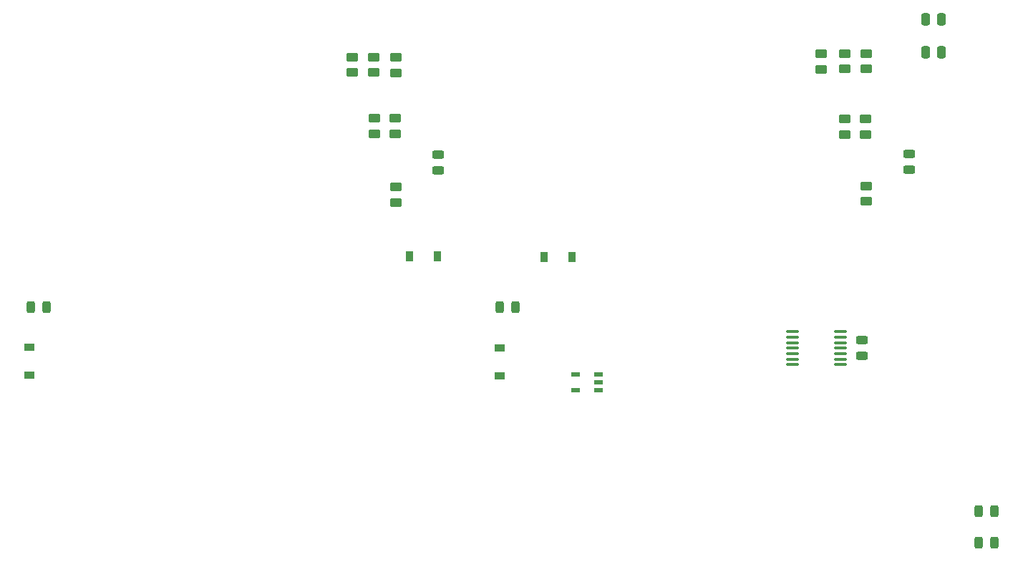
<source format=gbp>
%TF.GenerationSoftware,KiCad,Pcbnew,(6.0.2-0)*%
%TF.CreationDate,2022-03-26T21:25:16+01:00*%
%TF.ProjectId,mockingboard2k,6d6f636b-696e-4676-926f-617264326b2e,0.1*%
%TF.SameCoordinates,PXc52d8a0PY889e9c0*%
%TF.FileFunction,Paste,Bot*%
%TF.FilePolarity,Positive*%
%FSLAX46Y46*%
G04 Gerber Fmt 4.6, Leading zero omitted, Abs format (unit mm)*
G04 Created by KiCad (PCBNEW (6.0.2-0)) date 2022-03-26 21:25:16*
%MOMM*%
%LPD*%
G01*
G04 APERTURE LIST*
G04 Aperture macros list*
%AMRoundRect*
0 Rectangle with rounded corners*
0 $1 Rounding radius*
0 $2 $3 $4 $5 $6 $7 $8 $9 X,Y pos of 4 corners*
0 Add a 4 corners polygon primitive as box body*
4,1,4,$2,$3,$4,$5,$6,$7,$8,$9,$2,$3,0*
0 Add four circle primitives for the rounded corners*
1,1,$1+$1,$2,$3*
1,1,$1+$1,$4,$5*
1,1,$1+$1,$6,$7*
1,1,$1+$1,$8,$9*
0 Add four rect primitives between the rounded corners*
20,1,$1+$1,$2,$3,$4,$5,0*
20,1,$1+$1,$4,$5,$6,$7,0*
20,1,$1+$1,$6,$7,$8,$9,0*
20,1,$1+$1,$8,$9,$2,$3,0*%
G04 Aperture macros list end*
%ADD10RoundRect,0.243750X0.243750X0.456250X-0.243750X0.456250X-0.243750X-0.456250X0.243750X-0.456250X0*%
%ADD11RoundRect,0.243750X0.456250X-0.243750X0.456250X0.243750X-0.456250X0.243750X-0.456250X-0.243750X0*%
%ADD12RoundRect,0.243750X-0.243750X-0.456250X0.243750X-0.456250X0.243750X0.456250X-0.243750X0.456250X0*%
%ADD13R,1.200000X0.900000*%
%ADD14RoundRect,0.250000X0.450000X-0.262500X0.450000X0.262500X-0.450000X0.262500X-0.450000X-0.262500X0*%
%ADD15RoundRect,0.250000X-0.250000X-0.475000X0.250000X-0.475000X0.250000X0.475000X-0.250000X0.475000X0*%
%ADD16R,0.900000X1.200000*%
%ADD17RoundRect,0.250000X-0.450000X0.262500X-0.450000X-0.262500X0.450000X-0.262500X0.450000X0.262500X0*%
%ADD18R,1.005599X0.500000*%
%ADD19RoundRect,0.100000X-0.637500X-0.100000X0.637500X-0.100000X0.637500X0.100000X-0.637500X0.100000X0*%
G04 APERTURE END LIST*
D10*
X-9197100Y16002000D03*
X-11072100Y16002000D03*
D11*
X-19278600Y56415700D03*
X-19278600Y58290700D03*
D12*
X-67739500Y40182800D03*
X-65864500Y40182800D03*
D11*
X-24892000Y34368500D03*
X-24892000Y36243500D03*
D12*
X-123190000Y40132000D03*
X-121315000Y40132000D03*
D11*
X-74955400Y56314100D03*
X-74955400Y58189100D03*
D10*
X-9197100Y12293600D03*
X-11072100Y12293600D03*
D13*
X-123317000Y32132000D03*
X-123317000Y35432000D03*
X-67666090Y32052375D03*
X-67666090Y35352375D03*
D14*
X-24384000Y68326000D03*
X-24384000Y70151000D03*
X-24380127Y52669188D03*
X-24380127Y54494188D03*
D15*
X-17333000Y74168000D03*
X-15433000Y74168000D03*
D16*
X-59183000Y46101000D03*
X-62483000Y46101000D03*
D14*
X-26924000Y68326000D03*
X-26924000Y70151000D03*
D17*
X-24395324Y62383486D03*
X-24395324Y60558486D03*
D18*
X-56051201Y32192001D03*
X-56051201Y31242000D03*
X-56051201Y30291999D03*
X-58756799Y30291999D03*
X-58756799Y32192001D03*
D17*
X-80020522Y62488772D03*
X-80020522Y60663772D03*
X-26931019Y62383486D03*
X-26931019Y60558486D03*
D16*
X-75032600Y46126400D03*
X-78332600Y46126400D03*
D17*
X-82558388Y62485871D03*
X-82558388Y60660871D03*
D19*
X-33088500Y33356000D03*
X-33088500Y34006000D03*
X-33088500Y34656000D03*
X-33088500Y35306000D03*
X-33088500Y35956000D03*
X-33088500Y36606000D03*
X-33088500Y37256000D03*
X-27363500Y37256000D03*
X-27363500Y36606000D03*
X-27363500Y35956000D03*
X-27363500Y35306000D03*
X-27363500Y34656000D03*
X-27363500Y34006000D03*
X-27363500Y33356000D03*
D14*
X-80016584Y67871307D03*
X-80016584Y69696307D03*
X-82562925Y67883413D03*
X-82562925Y69708413D03*
X-85134267Y67891376D03*
X-85134267Y69716376D03*
D15*
X-17333000Y70254500D03*
X-15433000Y70254500D03*
D14*
X-29718000Y68279000D03*
X-29718000Y70104000D03*
X-80016314Y52543069D03*
X-80016314Y54368069D03*
M02*

</source>
